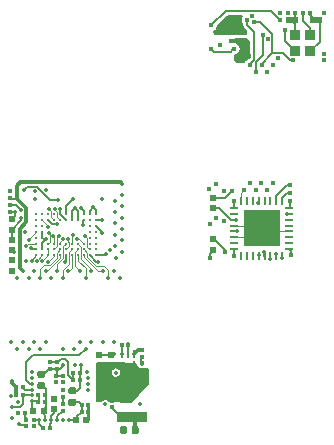
<source format=gbr>
G04 #@! TF.GenerationSoftware,KiCad,Pcbnew,(5.1.0)-1*
G04 #@! TF.CreationDate,2019-05-03T21:31:27-07:00*
G04 #@! TF.ProjectId,Miniscope-v4-PCB-fab-assembly_2,4d696e69-7363-46f7-9065-2d76342d5043,rev?*
G04 #@! TF.SameCoordinates,PX4b8e5e4PY51f011c*
G04 #@! TF.FileFunction,Copper,L6,Bot*
G04 #@! TF.FilePolarity,Positive*
%FSLAX46Y46*%
G04 Gerber Fmt 4.6, Leading zero omitted, Abs format (unit mm)*
G04 Created by KiCad (PCBNEW (5.1.0)-1) date 2019-05-03 21:31:27*
%MOMM*%
%LPD*%
G04 APERTURE LIST*
%ADD10C,0.250000*%
%ADD11R,0.340000X0.310000*%
%ADD12R,0.630000X0.580000*%
%ADD13R,0.870000X0.810000*%
%ADD14R,1.060000X0.540000*%
%ADD15R,1.500000X0.450000*%
%ADD16R,0.920000X0.890000*%
%ADD17R,0.680000X0.260000*%
%ADD18R,0.260000X0.680000*%
%ADD19R,3.100000X3.100000*%
%ADD20R,0.580000X0.630000*%
%ADD21R,0.310000X0.340000*%
%ADD22R,2.620000X0.870000*%
%ADD23C,0.100000*%
%ADD24C,0.590000*%
%ADD25R,0.270000X0.820000*%
%ADD26R,0.270000X0.740000*%
%ADD27C,0.355600*%
%ADD28C,0.450000*%
%ADD29C,0.076200*%
%ADD30C,0.152400*%
%ADD31C,0.152000*%
%ADD32C,0.114300*%
%ADD33C,0.203200*%
%ADD34C,0.177800*%
%ADD35C,0.228600*%
%ADD36C,0.304800*%
%ADD37C,0.127000*%
G04 APERTURE END LIST*
D10*
X6750000Y-25088400D03*
X7250000Y-25088400D03*
X7750000Y-25088400D03*
X8250000Y-25088400D03*
X8750000Y-25088400D03*
X9250000Y-25088400D03*
X9750000Y-25088400D03*
X10250000Y-25088400D03*
X10750000Y-25088400D03*
X11250000Y-25088400D03*
X11750000Y-25088400D03*
X6750000Y-24588400D03*
X7250000Y-24588400D03*
X7750000Y-24588400D03*
X8250000Y-24588400D03*
X8750000Y-24588400D03*
X9250000Y-24588400D03*
X9750000Y-24588400D03*
X10250000Y-24588400D03*
X10750000Y-24588400D03*
X11250000Y-24588400D03*
X11750000Y-24588400D03*
X6750000Y-24088400D03*
X7250000Y-24088400D03*
X7750000Y-24088400D03*
X8250000Y-24088400D03*
X8750000Y-24088400D03*
X9250000Y-24088400D03*
X9750000Y-24088400D03*
X10250000Y-24088400D03*
X10750000Y-24088400D03*
X11250000Y-24088400D03*
X11750000Y-24088400D03*
X6750000Y-23588400D03*
X7250000Y-23588400D03*
X11250000Y-23588400D03*
X11750000Y-23588400D03*
X6750000Y-23088400D03*
X7250000Y-23088400D03*
X11250000Y-23088400D03*
X11750000Y-23088400D03*
X6750000Y-22588400D03*
X7250000Y-22588400D03*
X11250000Y-22588400D03*
X11750000Y-22588400D03*
X6750000Y-22088400D03*
X7250000Y-22088400D03*
X7750000Y-22088400D03*
X8250000Y-22088400D03*
X8750000Y-22088400D03*
X9250000Y-22088400D03*
X9750000Y-22088400D03*
X10250000Y-22088400D03*
X10750000Y-22088400D03*
X11250000Y-22088400D03*
X11750000Y-22088400D03*
X6750000Y-21588400D03*
X7250000Y-21588400D03*
X7750000Y-21588400D03*
X8250000Y-21588400D03*
X8750000Y-21588400D03*
X9250000Y-21588400D03*
X9750000Y-21588400D03*
X10250000Y-21588400D03*
X10750000Y-21588400D03*
X11250000Y-21588400D03*
X11750000Y-21588400D03*
D11*
X4508000Y-21374200D03*
X4508000Y-20824200D03*
X4533400Y-19655800D03*
X4533400Y-20205800D03*
D12*
X4660400Y-25480200D03*
X4660400Y-26370200D03*
X4660400Y-22915800D03*
X4660400Y-22025800D03*
X4660400Y-24643000D03*
X4660400Y-23753000D03*
D13*
X29900220Y-7789941D03*
X29900220Y-6429939D03*
D14*
X30422220Y-5128740D03*
X28362220Y-5128740D03*
D15*
X23811420Y-6915740D03*
X23811420Y-6215740D03*
D16*
X28655620Y-7774940D03*
X28655620Y-6444940D03*
D12*
X21709580Y-21080860D03*
X21709580Y-20190860D03*
X21721380Y-23726060D03*
X21721380Y-24616060D03*
D17*
X23475780Y-24557060D03*
X23475780Y-24057060D03*
X23475780Y-23557060D03*
X23475780Y-23057060D03*
X23475780Y-22557060D03*
X23475780Y-22057060D03*
X23475780Y-21557060D03*
X23475780Y-21057060D03*
D18*
X24060780Y-20472060D03*
X24560780Y-20472060D03*
X25060780Y-20472060D03*
X25560780Y-20472060D03*
X26060780Y-20472060D03*
X26560780Y-20472060D03*
X27060780Y-20472060D03*
X27560780Y-20472060D03*
D17*
X28145780Y-21057060D03*
X28145780Y-21557060D03*
X28145780Y-22057060D03*
X28145780Y-22557060D03*
X28145780Y-23057060D03*
X28145780Y-23557060D03*
X28145780Y-24057060D03*
X28145780Y-24557060D03*
D18*
X27560780Y-25142060D03*
X27060780Y-25142060D03*
X26560780Y-25142060D03*
X26060780Y-25142060D03*
X25560780Y-25142060D03*
X25060780Y-25142060D03*
X24560780Y-25142060D03*
X24060780Y-25142060D03*
D19*
X25810780Y-22807060D03*
D12*
X13022820Y-33534340D03*
X13022820Y-34424340D03*
D20*
X10985740Y-39026320D03*
X10095740Y-39026320D03*
D11*
X5885420Y-39562940D03*
X5885420Y-39012940D03*
D21*
X5043320Y-36262800D03*
X5593320Y-36262800D03*
X5588920Y-36946060D03*
X5038920Y-36946060D03*
X13955000Y-32633140D03*
X14505000Y-32633140D03*
D12*
X12057620Y-34424340D03*
X12057620Y-33534340D03*
D11*
X15689820Y-33113200D03*
X15689820Y-33663200D03*
X15689820Y-34787740D03*
X15689820Y-34237740D03*
X8994380Y-37697220D03*
X8994380Y-38247220D03*
X6512800Y-39562940D03*
X6512800Y-39012940D03*
D12*
X8240000Y-38099220D03*
X8240000Y-37209220D03*
D11*
X8382240Y-35813900D03*
X8382240Y-35263900D03*
X8984220Y-35256960D03*
X8984220Y-35806960D03*
D21*
X9880160Y-35635420D03*
X10430160Y-35635420D03*
X10430160Y-35015660D03*
X9880160Y-35015660D03*
D20*
X7346420Y-38297340D03*
X6456420Y-38297340D03*
D21*
X6905820Y-36900340D03*
X7455820Y-36900340D03*
X7455820Y-37509940D03*
X6905820Y-37509940D03*
X11113420Y-37713140D03*
X10563420Y-37713140D03*
X10563420Y-38322740D03*
X11113420Y-38322740D03*
D11*
X7917420Y-34136140D03*
X7917420Y-34686140D03*
X8519400Y-34683600D03*
X8519400Y-34133600D03*
D22*
X14877020Y-38807340D03*
X14877020Y-35757340D03*
D23*
G36*
X14289958Y-39552850D02*
G01*
X14304276Y-39554974D01*
X14318317Y-39558491D01*
X14331946Y-39563368D01*
X14345031Y-39569557D01*
X14357447Y-39576998D01*
X14369073Y-39585621D01*
X14379798Y-39595342D01*
X14389519Y-39606067D01*
X14398142Y-39617693D01*
X14405583Y-39630109D01*
X14411772Y-39643194D01*
X14416649Y-39656823D01*
X14420166Y-39670864D01*
X14422290Y-39685182D01*
X14423000Y-39699640D01*
X14423000Y-40044640D01*
X14422290Y-40059098D01*
X14420166Y-40073416D01*
X14416649Y-40087457D01*
X14411772Y-40101086D01*
X14405583Y-40114171D01*
X14398142Y-40126587D01*
X14389519Y-40138213D01*
X14379798Y-40148938D01*
X14369073Y-40158659D01*
X14357447Y-40167282D01*
X14345031Y-40174723D01*
X14331946Y-40180912D01*
X14318317Y-40185789D01*
X14304276Y-40189306D01*
X14289958Y-40191430D01*
X14275500Y-40192140D01*
X13980500Y-40192140D01*
X13966042Y-40191430D01*
X13951724Y-40189306D01*
X13937683Y-40185789D01*
X13924054Y-40180912D01*
X13910969Y-40174723D01*
X13898553Y-40167282D01*
X13886927Y-40158659D01*
X13876202Y-40148938D01*
X13866481Y-40138213D01*
X13857858Y-40126587D01*
X13850417Y-40114171D01*
X13844228Y-40101086D01*
X13839351Y-40087457D01*
X13835834Y-40073416D01*
X13833710Y-40059098D01*
X13833000Y-40044640D01*
X13833000Y-39699640D01*
X13833710Y-39685182D01*
X13835834Y-39670864D01*
X13839351Y-39656823D01*
X13844228Y-39643194D01*
X13850417Y-39630109D01*
X13857858Y-39617693D01*
X13866481Y-39606067D01*
X13876202Y-39595342D01*
X13886927Y-39585621D01*
X13898553Y-39576998D01*
X13910969Y-39569557D01*
X13924054Y-39563368D01*
X13937683Y-39558491D01*
X13951724Y-39554974D01*
X13966042Y-39552850D01*
X13980500Y-39552140D01*
X14275500Y-39552140D01*
X14289958Y-39552850D01*
X14289958Y-39552850D01*
G37*
D24*
X14128000Y-39872140D03*
D23*
G36*
X15259958Y-39552850D02*
G01*
X15274276Y-39554974D01*
X15288317Y-39558491D01*
X15301946Y-39563368D01*
X15315031Y-39569557D01*
X15327447Y-39576998D01*
X15339073Y-39585621D01*
X15349798Y-39595342D01*
X15359519Y-39606067D01*
X15368142Y-39617693D01*
X15375583Y-39630109D01*
X15381772Y-39643194D01*
X15386649Y-39656823D01*
X15390166Y-39670864D01*
X15392290Y-39685182D01*
X15393000Y-39699640D01*
X15393000Y-40044640D01*
X15392290Y-40059098D01*
X15390166Y-40073416D01*
X15386649Y-40087457D01*
X15381772Y-40101086D01*
X15375583Y-40114171D01*
X15368142Y-40126587D01*
X15359519Y-40138213D01*
X15349798Y-40148938D01*
X15339073Y-40158659D01*
X15327447Y-40167282D01*
X15315031Y-40174723D01*
X15301946Y-40180912D01*
X15288317Y-40185789D01*
X15274276Y-40189306D01*
X15259958Y-40191430D01*
X15245500Y-40192140D01*
X14950500Y-40192140D01*
X14936042Y-40191430D01*
X14921724Y-40189306D01*
X14907683Y-40185789D01*
X14894054Y-40180912D01*
X14880969Y-40174723D01*
X14868553Y-40167282D01*
X14856927Y-40158659D01*
X14846202Y-40148938D01*
X14836481Y-40138213D01*
X14827858Y-40126587D01*
X14820417Y-40114171D01*
X14814228Y-40101086D01*
X14809351Y-40087457D01*
X14805834Y-40073416D01*
X14803710Y-40059098D01*
X14803000Y-40044640D01*
X14803000Y-39699640D01*
X14803710Y-39685182D01*
X14805834Y-39670864D01*
X14809351Y-39656823D01*
X14814228Y-39643194D01*
X14820417Y-39630109D01*
X14827858Y-39617693D01*
X14836481Y-39606067D01*
X14846202Y-39595342D01*
X14856927Y-39585621D01*
X14868553Y-39576998D01*
X14880969Y-39569557D01*
X14894054Y-39563368D01*
X14907683Y-39558491D01*
X14921724Y-39554974D01*
X14936042Y-39552850D01*
X14950500Y-39552140D01*
X15245500Y-39552140D01*
X15259958Y-39552850D01*
X15259958Y-39552850D01*
G37*
D24*
X15098000Y-39872140D03*
D23*
G36*
X7342378Y-34851050D02*
G01*
X7356696Y-34853174D01*
X7370737Y-34856691D01*
X7384366Y-34861568D01*
X7397451Y-34867757D01*
X7409867Y-34875198D01*
X7421493Y-34883821D01*
X7432218Y-34893542D01*
X7441939Y-34904267D01*
X7450562Y-34915893D01*
X7458003Y-34928309D01*
X7464192Y-34941394D01*
X7469069Y-34955023D01*
X7472586Y-34969064D01*
X7474710Y-34983382D01*
X7475420Y-34997840D01*
X7475420Y-35292840D01*
X7474710Y-35307298D01*
X7472586Y-35321616D01*
X7469069Y-35335657D01*
X7464192Y-35349286D01*
X7458003Y-35362371D01*
X7450562Y-35374787D01*
X7441939Y-35386413D01*
X7432218Y-35397138D01*
X7421493Y-35406859D01*
X7409867Y-35415482D01*
X7397451Y-35422923D01*
X7384366Y-35429112D01*
X7370737Y-35433989D01*
X7356696Y-35437506D01*
X7342378Y-35439630D01*
X7327920Y-35440340D01*
X6982920Y-35440340D01*
X6968462Y-35439630D01*
X6954144Y-35437506D01*
X6940103Y-35433989D01*
X6926474Y-35429112D01*
X6913389Y-35422923D01*
X6900973Y-35415482D01*
X6889347Y-35406859D01*
X6878622Y-35397138D01*
X6868901Y-35386413D01*
X6860278Y-35374787D01*
X6852837Y-35362371D01*
X6846648Y-35349286D01*
X6841771Y-35335657D01*
X6838254Y-35321616D01*
X6836130Y-35307298D01*
X6835420Y-35292840D01*
X6835420Y-34997840D01*
X6836130Y-34983382D01*
X6838254Y-34969064D01*
X6841771Y-34955023D01*
X6846648Y-34941394D01*
X6852837Y-34928309D01*
X6860278Y-34915893D01*
X6868901Y-34904267D01*
X6878622Y-34893542D01*
X6889347Y-34883821D01*
X6900973Y-34875198D01*
X6913389Y-34867757D01*
X6926474Y-34861568D01*
X6940103Y-34856691D01*
X6954144Y-34853174D01*
X6968462Y-34851050D01*
X6982920Y-34850340D01*
X7327920Y-34850340D01*
X7342378Y-34851050D01*
X7342378Y-34851050D01*
G37*
D24*
X7155420Y-35145340D03*
D23*
G36*
X7342378Y-35821050D02*
G01*
X7356696Y-35823174D01*
X7370737Y-35826691D01*
X7384366Y-35831568D01*
X7397451Y-35837757D01*
X7409867Y-35845198D01*
X7421493Y-35853821D01*
X7432218Y-35863542D01*
X7441939Y-35874267D01*
X7450562Y-35885893D01*
X7458003Y-35898309D01*
X7464192Y-35911394D01*
X7469069Y-35925023D01*
X7472586Y-35939064D01*
X7474710Y-35953382D01*
X7475420Y-35967840D01*
X7475420Y-36262840D01*
X7474710Y-36277298D01*
X7472586Y-36291616D01*
X7469069Y-36305657D01*
X7464192Y-36319286D01*
X7458003Y-36332371D01*
X7450562Y-36344787D01*
X7441939Y-36356413D01*
X7432218Y-36367138D01*
X7421493Y-36376859D01*
X7409867Y-36385482D01*
X7397451Y-36392923D01*
X7384366Y-36399112D01*
X7370737Y-36403989D01*
X7356696Y-36407506D01*
X7342378Y-36409630D01*
X7327920Y-36410340D01*
X6982920Y-36410340D01*
X6968462Y-36409630D01*
X6954144Y-36407506D01*
X6940103Y-36403989D01*
X6926474Y-36399112D01*
X6913389Y-36392923D01*
X6900973Y-36385482D01*
X6889347Y-36376859D01*
X6878622Y-36367138D01*
X6868901Y-36356413D01*
X6860278Y-36344787D01*
X6852837Y-36332371D01*
X6846648Y-36319286D01*
X6841771Y-36305657D01*
X6838254Y-36291616D01*
X6836130Y-36277298D01*
X6835420Y-36262840D01*
X6835420Y-35967840D01*
X6836130Y-35953382D01*
X6838254Y-35939064D01*
X6841771Y-35925023D01*
X6846648Y-35911394D01*
X6852837Y-35898309D01*
X6860278Y-35885893D01*
X6868901Y-35874267D01*
X6878622Y-35863542D01*
X6889347Y-35853821D01*
X6900973Y-35845198D01*
X6913389Y-35837757D01*
X6926474Y-35831568D01*
X6940103Y-35826691D01*
X6954144Y-35823174D01*
X6968462Y-35821050D01*
X6982920Y-35820340D01*
X7327920Y-35820340D01*
X7342378Y-35821050D01*
X7342378Y-35821050D01*
G37*
D24*
X7155420Y-36115340D03*
D23*
G36*
X9958578Y-37233290D02*
G01*
X9972896Y-37235414D01*
X9986937Y-37238931D01*
X10000566Y-37243808D01*
X10013651Y-37249997D01*
X10026067Y-37257438D01*
X10037693Y-37266061D01*
X10048418Y-37275782D01*
X10058139Y-37286507D01*
X10066762Y-37298133D01*
X10074203Y-37310549D01*
X10080392Y-37323634D01*
X10085269Y-37337263D01*
X10088786Y-37351304D01*
X10090910Y-37365622D01*
X10091620Y-37380080D01*
X10091620Y-37675080D01*
X10090910Y-37689538D01*
X10088786Y-37703856D01*
X10085269Y-37717897D01*
X10080392Y-37731526D01*
X10074203Y-37744611D01*
X10066762Y-37757027D01*
X10058139Y-37768653D01*
X10048418Y-37779378D01*
X10037693Y-37789099D01*
X10026067Y-37797722D01*
X10013651Y-37805163D01*
X10000566Y-37811352D01*
X9986937Y-37816229D01*
X9972896Y-37819746D01*
X9958578Y-37821870D01*
X9944120Y-37822580D01*
X9599120Y-37822580D01*
X9584662Y-37821870D01*
X9570344Y-37819746D01*
X9556303Y-37816229D01*
X9542674Y-37811352D01*
X9529589Y-37805163D01*
X9517173Y-37797722D01*
X9505547Y-37789099D01*
X9494822Y-37779378D01*
X9485101Y-37768653D01*
X9476478Y-37757027D01*
X9469037Y-37744611D01*
X9462848Y-37731526D01*
X9457971Y-37717897D01*
X9454454Y-37703856D01*
X9452330Y-37689538D01*
X9451620Y-37675080D01*
X9451620Y-37380080D01*
X9452330Y-37365622D01*
X9454454Y-37351304D01*
X9457971Y-37337263D01*
X9462848Y-37323634D01*
X9469037Y-37310549D01*
X9476478Y-37298133D01*
X9485101Y-37286507D01*
X9494822Y-37275782D01*
X9505547Y-37266061D01*
X9517173Y-37257438D01*
X9529589Y-37249997D01*
X9542674Y-37243808D01*
X9556303Y-37238931D01*
X9570344Y-37235414D01*
X9584662Y-37233290D01*
X9599120Y-37232580D01*
X9944120Y-37232580D01*
X9958578Y-37233290D01*
X9958578Y-37233290D01*
G37*
D24*
X9771620Y-37527580D03*
D23*
G36*
X9958578Y-36263290D02*
G01*
X9972896Y-36265414D01*
X9986937Y-36268931D01*
X10000566Y-36273808D01*
X10013651Y-36279997D01*
X10026067Y-36287438D01*
X10037693Y-36296061D01*
X10048418Y-36305782D01*
X10058139Y-36316507D01*
X10066762Y-36328133D01*
X10074203Y-36340549D01*
X10080392Y-36353634D01*
X10085269Y-36367263D01*
X10088786Y-36381304D01*
X10090910Y-36395622D01*
X10091620Y-36410080D01*
X10091620Y-36705080D01*
X10090910Y-36719538D01*
X10088786Y-36733856D01*
X10085269Y-36747897D01*
X10080392Y-36761526D01*
X10074203Y-36774611D01*
X10066762Y-36787027D01*
X10058139Y-36798653D01*
X10048418Y-36809378D01*
X10037693Y-36819099D01*
X10026067Y-36827722D01*
X10013651Y-36835163D01*
X10000566Y-36841352D01*
X9986937Y-36846229D01*
X9972896Y-36849746D01*
X9958578Y-36851870D01*
X9944120Y-36852580D01*
X9599120Y-36852580D01*
X9584662Y-36851870D01*
X9570344Y-36849746D01*
X9556303Y-36846229D01*
X9542674Y-36841352D01*
X9529589Y-36835163D01*
X9517173Y-36827722D01*
X9505547Y-36819099D01*
X9494822Y-36809378D01*
X9485101Y-36798653D01*
X9476478Y-36787027D01*
X9469037Y-36774611D01*
X9462848Y-36761526D01*
X9457971Y-36747897D01*
X9454454Y-36733856D01*
X9452330Y-36719538D01*
X9451620Y-36705080D01*
X9451620Y-36410080D01*
X9452330Y-36395622D01*
X9454454Y-36381304D01*
X9457971Y-36367263D01*
X9462848Y-36353634D01*
X9469037Y-36340549D01*
X9476478Y-36328133D01*
X9485101Y-36316507D01*
X9494822Y-36305782D01*
X9505547Y-36296061D01*
X9517173Y-36287438D01*
X9529589Y-36279997D01*
X9542674Y-36273808D01*
X9556303Y-36268931D01*
X9570344Y-36265414D01*
X9584662Y-36263290D01*
X9599120Y-36262580D01*
X9944120Y-36262580D01*
X9958578Y-36263290D01*
X9958578Y-36263290D01*
G37*
D24*
X9771620Y-36557580D03*
D11*
X13116800Y-37414600D03*
X13116800Y-37964600D03*
X8984220Y-37063580D03*
X8984220Y-36513580D03*
D21*
X7314760Y-39709580D03*
X7864760Y-39709580D03*
X5754020Y-38424340D03*
X5204020Y-38424340D03*
D25*
X14996400Y-34463400D03*
D26*
X14496400Y-34503400D03*
X13996400Y-34503400D03*
X13996400Y-33443400D03*
X14496400Y-33443400D03*
X14996400Y-33443400D03*
D27*
X13448800Y-25315600D03*
X13804400Y-27017400D03*
X4609600Y-26382400D03*
X4533400Y-19651400D03*
X6590800Y-19626000D03*
X5742800Y-23096000D03*
X12331200Y-20311800D03*
X7582899Y-23733600D03*
X7759200Y-22661600D03*
X8749800Y-21175400D03*
X9994400Y-21099200D03*
X12305800Y-22064400D03*
X7251197Y-25595003D03*
X5854200Y-25595000D03*
X5473200Y-21277000D03*
X5473200Y-21937400D03*
X12940800Y-24655200D03*
X12610600Y-25010800D03*
X9156198Y-25645800D03*
D28*
X31094020Y-4544540D03*
X26293420Y-9548340D03*
X26344220Y-6805140D03*
X23093020Y-4976340D03*
X25023420Y-4807440D03*
X28046020Y-4544540D03*
X29290620Y-4544540D03*
X27165920Y-8379939D03*
X23118420Y-6220940D03*
X26281580Y-19569060D03*
X21404780Y-25309460D03*
X23296180Y-19599060D03*
X25251980Y-23065150D03*
X26611780Y-23988662D03*
D27*
X13988020Y-33471340D03*
X15689820Y-34258740D03*
X8984220Y-35805600D03*
X8976600Y-36516800D03*
X15504400Y-37659800D03*
X12583400Y-37710600D03*
X9865600Y-35627800D03*
X10975580Y-39051720D03*
X8384780Y-35810680D03*
X8245080Y-37222920D03*
X4630660Y-32404540D03*
X6413000Y-37444600D03*
X6512800Y-39567340D03*
X13480020Y-35020740D03*
X5199620Y-38424340D03*
X4615420Y-36951140D03*
X13276820Y-33445936D03*
X8572000Y-20388000D03*
X5676400Y-19549806D03*
X5066800Y-20286400D03*
X14007600Y-19016400D03*
X5600200Y-26407811D03*
D28*
X21988980Y-19010260D03*
D27*
X4666220Y-38881540D03*
X15791420Y-35808140D03*
X5598405Y-32402000D03*
X4787400Y-25468000D03*
X6336774Y-25595000D03*
X10858000Y-23436000D03*
X9457890Y-23690000D03*
X4812800Y-24782200D03*
X13982200Y-24807600D03*
X13321800Y-26382400D03*
X6590800Y-20286400D03*
X6768587Y-25595000D03*
X10553200Y-21099200D03*
X11975600Y-25620400D03*
X27944380Y-21554860D03*
X23702580Y-23053460D03*
D28*
X22674780Y-24826858D03*
D27*
X23677180Y-22081919D03*
X14007600Y-19956200D03*
X5117600Y-26992000D03*
X7530600Y-19524400D03*
X6260600Y-24502800D03*
X11518400Y-21022994D03*
X8495800Y-22445400D03*
X4965200Y-21454800D03*
X12280401Y-23232800D03*
D28*
X26776020Y-8938740D03*
X27411020Y-4595340D03*
X27766620Y-5992340D03*
X22278420Y-7313140D03*
X31094020Y-8583140D03*
X26764180Y-18959460D03*
X22649380Y-19594460D03*
D27*
X5115805Y-33011600D03*
X4689080Y-35759880D03*
X14996400Y-33443400D03*
X6159000Y-23766200D03*
X10731000Y-22521600D03*
X9846600Y-20337200D03*
X13398000Y-24299600D03*
X7749601Y-25620400D03*
D28*
X23487580Y-25131660D03*
D27*
X7530600Y-26407810D03*
X9461000Y-26407810D03*
X10908800Y-26992000D03*
X12356600Y-26407800D03*
X13982200Y-22877200D03*
X8648200Y-23410600D03*
X7048000Y-26992000D03*
X8978400Y-26992000D03*
X10426200Y-26407810D03*
X12839200Y-27017400D03*
X13372600Y-21404000D03*
X5854200Y-24299600D03*
D28*
X22652488Y-22215929D03*
X28288180Y-25030060D03*
D27*
X14007600Y-21912000D03*
X7784600Y-23207400D03*
D28*
X21988980Y-21905860D03*
D27*
X27551580Y-25309460D03*
X13372600Y-22369200D03*
X8191000Y-23486800D03*
D28*
X21404780Y-22413860D03*
D27*
X27055380Y-24958460D03*
X8013200Y-26992000D03*
X9003800Y-23715400D03*
X8495800Y-26407810D03*
X9854878Y-23376516D03*
X11391400Y-26407810D03*
X10197600Y-23664606D03*
X14007600Y-20946800D03*
X7835400Y-21175400D03*
D28*
X28211980Y-19823060D03*
D27*
X13372600Y-20464200D03*
X8292600Y-21200800D03*
D28*
X28186580Y-19111860D03*
X21379380Y-19467460D03*
X23462180Y-20508860D03*
D27*
X14007600Y-23817000D03*
X6565400Y-26382400D03*
X13372600Y-23334400D03*
X6082800Y-26992000D03*
D28*
X28223780Y-20488060D03*
X25328220Y-9548340D03*
X25912420Y-6424140D03*
X31094020Y-8024340D03*
X25316363Y-19569060D03*
D27*
X26055738Y-24801460D03*
D28*
X25810820Y-8938740D03*
X25150420Y-5357340D03*
X28452420Y-8583140D03*
X25798980Y-18959460D03*
D27*
X26560980Y-25360260D03*
D28*
X24833780Y-18959460D03*
D27*
X25538009Y-20642831D03*
X25556780Y-25050950D03*
D28*
X24351180Y-19569060D03*
X28630220Y-4544540D03*
X29900220Y-4544540D03*
X21569020Y-5611340D03*
X27411020Y-5179534D03*
X24845620Y-8938740D03*
X24591620Y-5154140D03*
X24744020Y-8176740D03*
X23474020Y-7592540D03*
X21569020Y-7617940D03*
D27*
X5260580Y-39364140D03*
X7998000Y-39029600D03*
X13330160Y-32396920D03*
X14505000Y-32607740D03*
X8998000Y-34362889D03*
X10498000Y-34362889D03*
X8998000Y-39029600D03*
X14128000Y-39793400D03*
X8498000Y-39029600D03*
X7000480Y-39036480D03*
X7500860Y-39028860D03*
X9498000Y-39029600D03*
X10906999Y-33011600D03*
X6413000Y-35944600D03*
X7528803Y-32402000D03*
X6413000Y-35444600D03*
X7046203Y-33011600D03*
X6413000Y-34944600D03*
X6413000Y-36944600D03*
X6563604Y-32402000D03*
X4653520Y-37913801D03*
X6413000Y-36444600D03*
X6088527Y-33004077D03*
X5225020Y-37484540D03*
X5893396Y-39016516D03*
X12352488Y-32399744D03*
X11083000Y-36444600D03*
X11389599Y-32402000D03*
X11083000Y-35944600D03*
X10429480Y-32404540D03*
X11083000Y-35444600D03*
X9926560Y-33001440D03*
X11049240Y-34939460D03*
X8966440Y-33019220D03*
X9995140Y-34362889D03*
D29*
X7750000Y-24588400D02*
X7750000Y-25088400D01*
D30*
X7250000Y-24588400D02*
X7250000Y-24088400D01*
X7250000Y-24088400D02*
X7250000Y-24066499D01*
X7250000Y-24066499D02*
X7582899Y-23733600D01*
X7250000Y-23088400D02*
X7250000Y-23588400D01*
X7395200Y-23733600D02*
X7250000Y-23588400D01*
X7582899Y-23733600D02*
X7395200Y-23733600D01*
X9250000Y-22088400D02*
X8750000Y-21588400D01*
X11926776Y-22088400D02*
X11950776Y-22064400D01*
X11750000Y-22088400D02*
X11926776Y-22088400D01*
X11950776Y-22064400D02*
X12305800Y-22064400D01*
D29*
X7250000Y-22088400D02*
X7759200Y-22597600D01*
X7759200Y-22597600D02*
X7759200Y-22661600D01*
D30*
X8750000Y-21588400D02*
X8750000Y-21175600D01*
X8750000Y-21175600D02*
X8749800Y-21175400D01*
X9750000Y-22088400D02*
X9750000Y-21597600D01*
X10250000Y-22088400D02*
X10250000Y-21667000D01*
X10096000Y-21099200D02*
X10096000Y-21099200D01*
X9750000Y-21343600D02*
X9994400Y-21099200D01*
X9750000Y-21588400D02*
X9750000Y-21343600D01*
X10250000Y-21354800D02*
X9994400Y-21099200D01*
X10250000Y-21588400D02*
X10250000Y-21354800D01*
X12305800Y-22064400D02*
X12305800Y-22064400D01*
X12280400Y-25087000D02*
X12280400Y-25087000D01*
D29*
X7750000Y-25088400D02*
X7251197Y-25587203D01*
X7251197Y-25587203D02*
X7251197Y-25595003D01*
D30*
X4508000Y-20824200D02*
X5020400Y-20824200D01*
X5020400Y-20824200D02*
X5473200Y-21277000D01*
X4660400Y-23753000D02*
X4660400Y-22915800D01*
X4660400Y-22915800D02*
X5473200Y-22103000D01*
X5473200Y-22103000D02*
X5473200Y-21937400D01*
X11750000Y-25088400D02*
X12533000Y-25088400D01*
X12533000Y-25088400D02*
X12610600Y-25010800D01*
X9250000Y-25088400D02*
X9250000Y-25551998D01*
X9250000Y-25551998D02*
X9156198Y-25645800D01*
D31*
X23735220Y-6128340D02*
X23735220Y-6151940D01*
X29290620Y-4862738D02*
X29290620Y-4544540D01*
X29290620Y-5263339D02*
X29290620Y-4862738D01*
X29900220Y-5872939D02*
X29290620Y-5263339D01*
X29900220Y-6429939D02*
X29900220Y-5872939D01*
X27165919Y-8379940D02*
X27165920Y-8379939D01*
D32*
X25560780Y-22557060D02*
X25810780Y-22807060D01*
X23475780Y-22557060D02*
X25560780Y-22557060D01*
X26060780Y-23057060D02*
X25810780Y-22807060D01*
X28145780Y-23057060D02*
X26060780Y-23057060D01*
D33*
X21404780Y-24932660D02*
X21721380Y-24616060D01*
X21404780Y-25309460D02*
X21404780Y-24932660D01*
X22704380Y-20190860D02*
X21709580Y-20190860D01*
X23296180Y-19599060D02*
X22704380Y-20190860D01*
D32*
X25026981Y-23290149D02*
X25251980Y-23065150D01*
X25476979Y-22840151D02*
X25251980Y-23065150D01*
X25510070Y-22807060D02*
X25476979Y-22840151D01*
X23475780Y-23557060D02*
X24760070Y-23557060D01*
X25810780Y-22807060D02*
X25510070Y-22807060D01*
X24760070Y-23557060D02*
X25026981Y-23290149D01*
D34*
X8948660Y-36478020D02*
X8984220Y-36513580D01*
X8389180Y-35806960D02*
X8382240Y-35813900D01*
D35*
X11092420Y-37730920D02*
X11092420Y-38315120D01*
D29*
X10950180Y-38990760D02*
X10985740Y-39026320D01*
D35*
X11117820Y-38322740D02*
X11117820Y-38993300D01*
D34*
X8984220Y-36513580D02*
X9016560Y-36513580D01*
X9880160Y-35635420D02*
X9880160Y-35643720D01*
X9880160Y-35015660D02*
X9880160Y-35635420D01*
X6413000Y-37444600D02*
X6914600Y-37444600D01*
X6413000Y-38004500D02*
X6487400Y-38078900D01*
X6413000Y-37444600D02*
X6413000Y-38004500D01*
X8367240Y-35813900D02*
X8382240Y-35813900D01*
X8379020Y-35810680D02*
X8382240Y-35813900D01*
X5200800Y-38447200D02*
X5200800Y-38432200D01*
X7990400Y-34133600D02*
X7986000Y-34138000D01*
X8519400Y-34133600D02*
X7990400Y-34133600D01*
D30*
X15613620Y-33670820D02*
X15606000Y-33663200D01*
X15613620Y-34233340D02*
X15613620Y-33670820D01*
X13996400Y-32697400D02*
X13955000Y-32656000D01*
X13996400Y-33443400D02*
X13996400Y-32697400D01*
D34*
X8534400Y-34133600D02*
X8519400Y-34133600D01*
X8816400Y-33851600D02*
X8534400Y-34133600D01*
X9186680Y-33851600D02*
X8816400Y-33851600D01*
X9459200Y-34124120D02*
X9186680Y-33851600D01*
X9865600Y-35627800D02*
X9459200Y-35221400D01*
X9459200Y-35221400D02*
X9459200Y-34124120D01*
X6931220Y-36925740D02*
X6956620Y-36900340D01*
X6931220Y-37484540D02*
X6931220Y-36925740D01*
X13188416Y-33534340D02*
X13276820Y-33445936D01*
X12057620Y-33534340D02*
X13188416Y-33534340D01*
D30*
X8572000Y-20388000D02*
X7905502Y-20388000D01*
X5955805Y-19270401D02*
X5854199Y-19372007D01*
X6787903Y-19270401D02*
X5955805Y-19270401D01*
X5854199Y-19372007D02*
X5676400Y-19549806D01*
X7905502Y-20388000D02*
X6787903Y-19270401D01*
X4614000Y-20286400D02*
X4533400Y-20205800D01*
X5066800Y-20286400D02*
X4614000Y-20286400D01*
D36*
X13906000Y-18914800D02*
X14007600Y-19016400D01*
X5397000Y-18914800D02*
X13906000Y-18914800D01*
X5066800Y-20286400D02*
X5066800Y-19245000D01*
X5066800Y-19245000D02*
X5397000Y-18914800D01*
X5422401Y-26230012D02*
X5600200Y-26407811D01*
X5336399Y-22836201D02*
X5336399Y-26144010D01*
X5336399Y-26144010D02*
X5422401Y-26230012D01*
X5066800Y-20286400D02*
X5879600Y-21099200D01*
X5879600Y-21099200D02*
X5879600Y-22293000D01*
X5879600Y-22293000D02*
X5336399Y-22836201D01*
D29*
X6336774Y-25501626D02*
X6336774Y-25595000D01*
X6750000Y-25088400D02*
X6336774Y-25501626D01*
X11010699Y-23588699D02*
X10858000Y-23436000D01*
X11250000Y-24588400D02*
X11010699Y-24349099D01*
X11010699Y-24349099D02*
X11010699Y-23588699D01*
X9250000Y-24588400D02*
X9510699Y-24327701D01*
X9510699Y-24327701D02*
X9510699Y-23994256D01*
X9457890Y-23941447D02*
X9457890Y-23690000D01*
X9510699Y-23994256D02*
X9457890Y-23941447D01*
X6768587Y-25569813D02*
X6768587Y-25595000D01*
X7250000Y-25088400D02*
X6768587Y-25569813D01*
D30*
X10730999Y-21276999D02*
X10553200Y-21099200D01*
X10750000Y-21588400D02*
X10750000Y-21296000D01*
X10750000Y-21296000D02*
X10730999Y-21276999D01*
X11782000Y-25620400D02*
X11975600Y-25620400D01*
X11250000Y-25088400D02*
X11782000Y-25620400D01*
D33*
X21746380Y-23726060D02*
X22674780Y-24654460D01*
X22674780Y-24654460D02*
X22674780Y-24826858D01*
X21721380Y-23726060D02*
X21746380Y-23726060D01*
X22205380Y-21080860D02*
X23206439Y-22081919D01*
X23206439Y-22081919D02*
X23358982Y-22081919D01*
X23358982Y-22081919D02*
X23677180Y-22081919D01*
X21709580Y-21080860D02*
X22205380Y-21080860D01*
D30*
X6750000Y-24588400D02*
X6346200Y-24588400D01*
X6346200Y-24588400D02*
X6260600Y-24502800D01*
X11518400Y-21023000D02*
X11518400Y-21022994D01*
X11250000Y-21588400D02*
X11250000Y-21291400D01*
X11250000Y-21291400D02*
X11518400Y-21023000D01*
X11750000Y-21254594D02*
X11518400Y-21022994D01*
X11750000Y-21588400D02*
X11750000Y-21254594D01*
X7750000Y-22088400D02*
X8107000Y-22445400D01*
X8244353Y-22445400D02*
X8495800Y-22445400D01*
X8107000Y-22445400D02*
X8244353Y-22445400D01*
X4884600Y-21374200D02*
X4965200Y-21454800D01*
X4508000Y-21374200D02*
X4884600Y-21374200D01*
X4965200Y-21721000D02*
X4660400Y-22025800D01*
X4965200Y-21454800D02*
X4965200Y-21721000D01*
X11750000Y-22588400D02*
X12280401Y-23118801D01*
X12280401Y-23118801D02*
X12280401Y-23232800D01*
D31*
X27766620Y-6310538D02*
X27766620Y-5992340D01*
X27766620Y-6900940D02*
X27766620Y-6310538D01*
X28640620Y-7774940D02*
X27766620Y-6900940D01*
X28655620Y-7774940D02*
X28640620Y-7774940D01*
D36*
X15326600Y-33113200D02*
X14996400Y-33443400D01*
X15606000Y-33113200D02*
X15326600Y-33113200D01*
X4689080Y-35908560D02*
X5043320Y-36262800D01*
X4689080Y-35759880D02*
X4689080Y-35908560D01*
X5043320Y-36941660D02*
X5038920Y-36946060D01*
X5043320Y-36262800D02*
X5043320Y-36941660D01*
D29*
X6159000Y-23679400D02*
X6159000Y-23766200D01*
X6750000Y-23088400D02*
X6159000Y-23679400D01*
D30*
X10731000Y-22107400D02*
X10750000Y-22088400D01*
X10731000Y-22521600D02*
X10731000Y-22107400D01*
X9250000Y-20933800D02*
X9846600Y-20337200D01*
X9250000Y-21588400D02*
X9250000Y-20933800D01*
D29*
X8250000Y-25088400D02*
X8250000Y-25120001D01*
X8250000Y-25120001D02*
X7749601Y-25620400D01*
D33*
X23475780Y-25119860D02*
X23487580Y-25131660D01*
X23475780Y-24557060D02*
X23475780Y-25119860D01*
D29*
X7657590Y-26407810D02*
X7530600Y-26407810D01*
X8750000Y-25088400D02*
X8750000Y-25315400D01*
X8750000Y-25315400D02*
X7657590Y-26407810D01*
X9638799Y-26230011D02*
X9461000Y-26407810D01*
X9750000Y-26118810D02*
X9638799Y-26230011D01*
X9750000Y-25088400D02*
X9750000Y-26118810D01*
X10908800Y-26179200D02*
X10908800Y-26992000D01*
X10250000Y-25088400D02*
X10250000Y-25520400D01*
X10250000Y-25520400D02*
X10908800Y-26179200D01*
X11924800Y-26407800D02*
X12356600Y-26407800D01*
X10750000Y-25088400D02*
X10750000Y-25233000D01*
X10750000Y-25233000D02*
X11924800Y-26407800D01*
X8510699Y-24327701D02*
X8510699Y-23649701D01*
X8250000Y-24588400D02*
X8510699Y-24327701D01*
X8510699Y-23649701D02*
X8510699Y-23548101D01*
X8510699Y-23548101D02*
X8648200Y-23410600D01*
X7048000Y-26740553D02*
X7048000Y-26992000D01*
X8489301Y-24849099D02*
X8489301Y-25322099D01*
X8750000Y-24588400D02*
X8489301Y-24849099D01*
X7886200Y-25925200D02*
X7352800Y-25925200D01*
X8489301Y-25322099D02*
X7886200Y-25925200D01*
X7048000Y-26230000D02*
X7048000Y-26740553D01*
X7352800Y-25925200D02*
X7048000Y-26230000D01*
X8978400Y-26332110D02*
X8978400Y-26740553D01*
X9510699Y-24827701D02*
X9510699Y-25799811D01*
X9750000Y-24588400D02*
X9510699Y-24827701D01*
X8978400Y-26740553D02*
X8978400Y-26992000D01*
X9510699Y-25799811D02*
X8978400Y-26332110D01*
X10010699Y-25992309D02*
X10248401Y-26230011D01*
X10250000Y-24588400D02*
X10010699Y-24827701D01*
X10010699Y-24827701D02*
X10010699Y-25992309D01*
X10248401Y-26230011D02*
X10426200Y-26407810D01*
X12839200Y-26765953D02*
X12839200Y-27017400D01*
X11010699Y-24849099D02*
X11010699Y-25203265D01*
X10750000Y-24588400D02*
X11010699Y-24849099D01*
X11010699Y-25203265D02*
X11808834Y-26001400D01*
X11808834Y-26001400D02*
X12509000Y-26001400D01*
X12509000Y-26001400D02*
X12839200Y-26331600D01*
X12839200Y-26331600D02*
X12839200Y-26765953D01*
X6573224Y-24088400D02*
X6565224Y-24096400D01*
X6750000Y-24088400D02*
X6573224Y-24088400D01*
X6057400Y-24096400D02*
X5854200Y-24299600D01*
X6311400Y-24096400D02*
X6057400Y-24096400D01*
X6311400Y-24096400D02*
X6260600Y-24096400D01*
X6565224Y-24096400D02*
X6311400Y-24096400D01*
D30*
X28288180Y-24699460D02*
X28145780Y-24557060D01*
X28288180Y-25030060D02*
X28288180Y-24699460D01*
D29*
X7875000Y-23297800D02*
X7784600Y-23207400D01*
X7750000Y-24088400D02*
X7875000Y-23963400D01*
X7875000Y-23963400D02*
X7875000Y-23297800D01*
X8250000Y-23911624D02*
X8241800Y-23903424D01*
X8250000Y-24088400D02*
X8250000Y-23911624D01*
X8241800Y-23903424D02*
X8241800Y-23486800D01*
X8241800Y-23486800D02*
X8191000Y-23486800D01*
X8750000Y-24088400D02*
X8750000Y-23969200D01*
X8750000Y-23969200D02*
X9003800Y-23715400D01*
X8495800Y-25823600D02*
X8495800Y-26407810D01*
X9010699Y-25308701D02*
X8495800Y-25823600D01*
X9250000Y-24088400D02*
X9010699Y-24327701D01*
X9010699Y-24327701D02*
X9010699Y-25308701D01*
X9750000Y-23481394D02*
X9854878Y-23376516D01*
X9750000Y-24088400D02*
X9750000Y-23481394D01*
X10250000Y-24088400D02*
X10510699Y-24349099D01*
X11391400Y-26255400D02*
X11391400Y-26407810D01*
X10510699Y-25374699D02*
X11391400Y-26255400D01*
X10510699Y-24349099D02*
X10510699Y-25374699D01*
X10750000Y-24088400D02*
X10326206Y-23664606D01*
X10326206Y-23664606D02*
X10197600Y-23664606D01*
X7989301Y-21827701D02*
X7989301Y-21329301D01*
X8250000Y-22088400D02*
X7989301Y-21827701D01*
X7989301Y-21329301D02*
X7835400Y-21175400D01*
D30*
X27999780Y-19823060D02*
X28211980Y-19823060D01*
X27560780Y-20262060D02*
X27999780Y-19823060D01*
X27560780Y-20472060D02*
X27560780Y-20262060D01*
D29*
X8489301Y-21827701D02*
X8489301Y-21372101D01*
X8750000Y-22088400D02*
X8489301Y-21827701D01*
X8489301Y-21372101D02*
X8343400Y-21226200D01*
X8343400Y-21226200D02*
X8318000Y-21226200D01*
X8318000Y-21226200D02*
X8292600Y-21200800D01*
D30*
X27060780Y-20017760D02*
X27966680Y-19111860D01*
X27060780Y-20472060D02*
X27060780Y-20017760D01*
X27966680Y-19111860D02*
X28186580Y-19111860D01*
D33*
X23475780Y-20522460D02*
X23462180Y-20508860D01*
X23475780Y-21057060D02*
X23475780Y-20522460D01*
D30*
X28223780Y-20979060D02*
X28145780Y-21057060D01*
X28223780Y-20488060D02*
X28223780Y-20979060D01*
D31*
X25912420Y-6742338D02*
X25912420Y-6424140D01*
X25912420Y-8125940D02*
X25912420Y-6742338D01*
X25328220Y-9548340D02*
X25328220Y-8710140D01*
X25328220Y-8710140D02*
X25912420Y-8125940D01*
D30*
X26055738Y-25137018D02*
X26055738Y-25060157D01*
X26055738Y-25060157D02*
X26055738Y-24741959D01*
X26060780Y-25142060D02*
X26055738Y-25137018D01*
D31*
X25658420Y-5306540D02*
X25150420Y-5306540D01*
X26734121Y-6382241D02*
X25658420Y-5306540D01*
X28223820Y-8583140D02*
X28452420Y-8583140D01*
X27630719Y-7990039D02*
X28223820Y-8583140D01*
X26662121Y-7990039D02*
X27630719Y-7990039D01*
X25810820Y-8938740D02*
X25810820Y-8841340D01*
X26734121Y-7918039D02*
X26586420Y-8065740D01*
X26734121Y-6382241D02*
X26734121Y-7918039D01*
X25810820Y-8841340D02*
X26586420Y-8065740D01*
X26586420Y-8065740D02*
X26662121Y-7990039D01*
D32*
X24060780Y-19783260D02*
X24060780Y-20472060D01*
X24300380Y-19543660D02*
X24060780Y-19783260D01*
D31*
X28630220Y-5038540D02*
X28413020Y-5255740D01*
X28630220Y-4620740D02*
X28630220Y-5038540D01*
X28655620Y-5498340D02*
X28413020Y-5255740D01*
X28655620Y-6571940D02*
X28655620Y-5498340D01*
X29916220Y-4698940D02*
X30473020Y-5255740D01*
X29916220Y-4646140D02*
X29916220Y-4698940D01*
X30733020Y-5128740D02*
X30473020Y-5128740D01*
X30738420Y-5134140D02*
X30733020Y-5128740D01*
X30738420Y-6981741D02*
X30738420Y-5134140D01*
X29900220Y-7789941D02*
X29930220Y-7789941D01*
X29930220Y-7789941D02*
X30738420Y-6981741D01*
X26649026Y-4417540D02*
X27186021Y-4954535D01*
X27186021Y-4954535D02*
X27411020Y-5179534D01*
X22762820Y-4417540D02*
X26649026Y-4417540D01*
X21569020Y-5611340D02*
X22762820Y-4417540D01*
X24845620Y-8852042D02*
X24845620Y-8938740D01*
X25133921Y-8563741D02*
X24845620Y-8852042D01*
X25133921Y-6153641D02*
X25133921Y-8563741D01*
X24591620Y-5128740D02*
X24591620Y-5611340D01*
X24591620Y-5611340D02*
X25133921Y-6153641D01*
X24336420Y-6915740D02*
X23811420Y-6915740D01*
X24744020Y-7323340D02*
X24336420Y-6915740D01*
X24744020Y-8176740D02*
X24744020Y-7323340D01*
X21794019Y-7842939D02*
X23223621Y-7842939D01*
X23223621Y-7842939D02*
X23249021Y-7817539D01*
X23474020Y-7592540D02*
X23249021Y-7817539D01*
X21569020Y-7617940D02*
X21794019Y-7842939D01*
D29*
X7980240Y-34629580D02*
X7977700Y-34632120D01*
D30*
X10430160Y-35015660D02*
X10430160Y-35635420D01*
X10430160Y-35635420D02*
X10430160Y-36345940D01*
X10218520Y-36557580D02*
X9746220Y-36557580D01*
X10430160Y-36345940D02*
X10218520Y-36557580D01*
D29*
X8389180Y-35256960D02*
X8382240Y-35263900D01*
D30*
X8948660Y-35256960D02*
X8389180Y-35256960D01*
D29*
X10430160Y-35000660D02*
X10430160Y-35015660D01*
D34*
X8240000Y-38465420D02*
X7986000Y-38719420D01*
X8240000Y-38099220D02*
X8240000Y-38465420D01*
X7986000Y-38719420D02*
X7986000Y-39017600D01*
D29*
X7986000Y-39017600D02*
X7998000Y-39029600D01*
X10498000Y-34947820D02*
X10430160Y-35015660D01*
D37*
X7998000Y-39239600D02*
X7998000Y-39029600D01*
X13311747Y-32368347D02*
X13311747Y-32349468D01*
X7864760Y-39372840D02*
X7864760Y-39709580D01*
X7998000Y-39239600D02*
X7864760Y-39372840D01*
X14505000Y-33434800D02*
X14496400Y-33443400D01*
D33*
X14505000Y-32656000D02*
X14505000Y-33434800D01*
D37*
X5937400Y-39488600D02*
X5979400Y-39530600D01*
X7990400Y-34683600D02*
X7986000Y-34688000D01*
X8519400Y-34683600D02*
X7990400Y-34683600D01*
X7808200Y-34688000D02*
X7300200Y-35196000D01*
X7986000Y-34688000D02*
X7808200Y-34688000D01*
X8519400Y-35126740D02*
X8382240Y-35263900D01*
X8519400Y-34683600D02*
X8519400Y-35126740D01*
D30*
X10498000Y-34947820D02*
X10498000Y-34362889D01*
D29*
X8994711Y-34359600D02*
X8998000Y-34362889D01*
X8864780Y-34359600D02*
X8994711Y-34359600D01*
D34*
X5390120Y-39488600D02*
X5937400Y-39488600D01*
X5260580Y-39364140D02*
X5265660Y-39364140D01*
X5265660Y-39364140D02*
X5390120Y-39488600D01*
D37*
X8998000Y-34422760D02*
X8998000Y-34362889D01*
X8519400Y-34683600D02*
X8737160Y-34683600D01*
X8737160Y-34683600D02*
X8998000Y-34422760D01*
D29*
X8984220Y-37687060D02*
X8994380Y-37697220D01*
D34*
X8984220Y-37063580D02*
X8984220Y-37687060D01*
X8979380Y-38247220D02*
X8524480Y-38702120D01*
D29*
X8994380Y-38247220D02*
X8979380Y-38247220D01*
D34*
X8524480Y-38702120D02*
X8524480Y-39003120D01*
D29*
X8524480Y-39003120D02*
X8498000Y-39029600D01*
D30*
X7314760Y-39694580D02*
X7000480Y-39380300D01*
D37*
X7314760Y-39709580D02*
X7314760Y-39694580D01*
D30*
X7000480Y-39380300D02*
X7000480Y-39036480D01*
D29*
X7000480Y-39036480D02*
X6929360Y-39107600D01*
D37*
X6559880Y-39036480D02*
X6512800Y-38989400D01*
X7000480Y-39036480D02*
X6559880Y-39036480D01*
D29*
X7344060Y-38045560D02*
X7377400Y-38078900D01*
D33*
X7500860Y-38673260D02*
X7500860Y-39028860D01*
X7376400Y-38548800D02*
X7500860Y-38673260D01*
D37*
X7528800Y-37927500D02*
X7377400Y-38078900D01*
X7528800Y-37380400D02*
X7528800Y-37927500D01*
X7528800Y-37380400D02*
X7528800Y-36796200D01*
X7528800Y-36394600D02*
X7300200Y-36166000D01*
X7528800Y-36796200D02*
X7528800Y-36394600D01*
D33*
X7377400Y-38547800D02*
X7377400Y-38078900D01*
X7376400Y-38548800D02*
X7377400Y-38547800D01*
D30*
X10584420Y-37713140D02*
X10584420Y-38297340D01*
D29*
X10092460Y-39029600D02*
X10095740Y-39026320D01*
D33*
X9498000Y-39029600D02*
X10092460Y-39029600D01*
D34*
X10377860Y-37527580D02*
X10563420Y-37713140D01*
X9771620Y-37527580D02*
X10377860Y-37527580D01*
X10095740Y-38790420D02*
X10563420Y-38322740D01*
X10095740Y-39026320D02*
X10095740Y-38790420D01*
D37*
X10906999Y-33011600D02*
X10373599Y-33545000D01*
X10373599Y-33545000D02*
X6462000Y-33545000D01*
X6462000Y-33545000D02*
X5877800Y-34129200D01*
X6203000Y-35944600D02*
X6413000Y-35944600D01*
X5877800Y-35619400D02*
X6203000Y-35944600D01*
X5877800Y-34129200D02*
X5877800Y-35619400D01*
X5590380Y-36944600D02*
X5588920Y-36946060D01*
X6413000Y-36944600D02*
X5590380Y-36944600D01*
X4668760Y-37929041D02*
X4653520Y-37913801D01*
X5364719Y-37929041D02*
X4668760Y-37929041D01*
X5588920Y-36946060D02*
X5588920Y-37704840D01*
X5588920Y-37704840D02*
X5364719Y-37929041D01*
X5775120Y-36444600D02*
X5593320Y-36262800D01*
X6413000Y-36444600D02*
X5775120Y-36444600D01*
X15123400Y-39133000D02*
X14844000Y-38853600D01*
X15098000Y-39107600D02*
X14844000Y-38853600D01*
D36*
X15098000Y-39793400D02*
X15098000Y-39107600D01*
D34*
X13985480Y-38853600D02*
X14844000Y-38853600D01*
X13116800Y-37964600D02*
X13116800Y-37984920D01*
X13116800Y-37984920D02*
X13985480Y-38853600D01*
D37*
X5783820Y-38480220D02*
X5750800Y-38447200D01*
X5979400Y-38980600D02*
X5783820Y-38785020D01*
X5783820Y-38785020D02*
X5783820Y-38480220D01*
D30*
G36*
X21832006Y-6103352D02*
G01*
X21922939Y-6042592D01*
X22000272Y-5965259D01*
X22061032Y-5874326D01*
X22102884Y-5773286D01*
X22124220Y-5666022D01*
X22124220Y-5630592D01*
X22931074Y-4823740D01*
X24144653Y-4823740D01*
X24099608Y-4891154D01*
X24057756Y-4992194D01*
X24036420Y-5099458D01*
X24036420Y-5208822D01*
X24057756Y-5316086D01*
X24099608Y-5417126D01*
X24160368Y-5508059D01*
X24185420Y-5533111D01*
X24185420Y-5591401D01*
X24183456Y-5611341D01*
X24185420Y-5631281D01*
X24185420Y-5631290D01*
X24191298Y-5690969D01*
X24214525Y-5767538D01*
X24252243Y-5838104D01*
X24252244Y-5838106D01*
X24252244Y-5838105D01*
X24290287Y-5884461D01*
X24290290Y-5884464D01*
X24303004Y-5899956D01*
X24318497Y-5912671D01*
X24464620Y-6058793D01*
X24464620Y-6347217D01*
X21880281Y-6322837D01*
X21746820Y-6189376D01*
X21746820Y-6138637D01*
X21832006Y-6103352D01*
X21832006Y-6103352D01*
G37*
X21832006Y-6103352D02*
X21922939Y-6042592D01*
X22000272Y-5965259D01*
X22061032Y-5874326D01*
X22102884Y-5773286D01*
X22124220Y-5666022D01*
X22124220Y-5630592D01*
X22931074Y-4823740D01*
X24144653Y-4823740D01*
X24099608Y-4891154D01*
X24057756Y-4992194D01*
X24036420Y-5099458D01*
X24036420Y-5208822D01*
X24057756Y-5316086D01*
X24099608Y-5417126D01*
X24160368Y-5508059D01*
X24185420Y-5533111D01*
X24185420Y-5591401D01*
X24183456Y-5611341D01*
X24185420Y-5631281D01*
X24185420Y-5631290D01*
X24191298Y-5690969D01*
X24214525Y-5767538D01*
X24252243Y-5838104D01*
X24252244Y-5838106D01*
X24252244Y-5838105D01*
X24290287Y-5884461D01*
X24290290Y-5884464D01*
X24303004Y-5899956D01*
X24318497Y-5912671D01*
X24464620Y-6058793D01*
X24464620Y-6347217D01*
X21880281Y-6322837D01*
X21746820Y-6189376D01*
X21746820Y-6138637D01*
X21832006Y-6103352D01*
G36*
X23635966Y-8126404D02*
G01*
X23737006Y-8084552D01*
X23827939Y-8023792D01*
X23905272Y-7946459D01*
X23966032Y-7855526D01*
X24007884Y-7754486D01*
X24029220Y-7647222D01*
X24029220Y-7537858D01*
X24007884Y-7430594D01*
X23966032Y-7329554D01*
X23905272Y-7238621D01*
X23827939Y-7161288D01*
X23737006Y-7100528D01*
X23635966Y-7058676D01*
X23601020Y-7051725D01*
X23601020Y-6805140D01*
X24483856Y-6805140D01*
X24718620Y-7039904D01*
X24718620Y-8397925D01*
X24683674Y-8404876D01*
X24582634Y-8446728D01*
X24491701Y-8507488D01*
X24414368Y-8584821D01*
X24353608Y-8675754D01*
X24339365Y-8710140D01*
X24103875Y-8710140D01*
X24086420Y-8708421D01*
X24068965Y-8710140D01*
X23734184Y-8710140D01*
X23601020Y-8576976D01*
X23601020Y-8133355D01*
X23635966Y-8126404D01*
X23635966Y-8126404D01*
G37*
X23635966Y-8126404D02*
X23737006Y-8084552D01*
X23827939Y-8023792D01*
X23905272Y-7946459D01*
X23966032Y-7855526D01*
X24007884Y-7754486D01*
X24029220Y-7647222D01*
X24029220Y-7537858D01*
X24007884Y-7430594D01*
X23966032Y-7329554D01*
X23905272Y-7238621D01*
X23827939Y-7161288D01*
X23737006Y-7100528D01*
X23635966Y-7058676D01*
X23601020Y-7051725D01*
X23601020Y-6805140D01*
X24483856Y-6805140D01*
X24718620Y-7039904D01*
X24718620Y-8397925D01*
X24683674Y-8404876D01*
X24582634Y-8446728D01*
X24491701Y-8507488D01*
X24414368Y-8584821D01*
X24353608Y-8675754D01*
X24339365Y-8710140D01*
X24103875Y-8710140D01*
X24086420Y-8708421D01*
X24068965Y-8710140D01*
X23734184Y-8710140D01*
X23601020Y-8576976D01*
X23601020Y-8133355D01*
X23635966Y-8126404D01*
D34*
G36*
X14713509Y-37471527D02*
G01*
X12948257Y-37456567D01*
X12928666Y-37427248D01*
X12866752Y-37365334D01*
X12793950Y-37316689D01*
X12713056Y-37283182D01*
X12627179Y-37266100D01*
X12539621Y-37266100D01*
X12453744Y-37283182D01*
X12372850Y-37316689D01*
X12300048Y-37365334D01*
X12238134Y-37427248D01*
X12222652Y-37450418D01*
X11841720Y-37447190D01*
X11841720Y-34221310D01*
X13523799Y-34233957D01*
X13523799Y-34576240D01*
X13436241Y-34576240D01*
X13350364Y-34593322D01*
X13269470Y-34626829D01*
X13196668Y-34675474D01*
X13134754Y-34737388D01*
X13086109Y-34810190D01*
X13052602Y-34891084D01*
X13035520Y-34976961D01*
X13035520Y-35064519D01*
X13052602Y-35150396D01*
X13086109Y-35231290D01*
X13134754Y-35304092D01*
X13196668Y-35366006D01*
X13269470Y-35414651D01*
X13350364Y-35448158D01*
X13436241Y-35465240D01*
X13523799Y-35465240D01*
X13609676Y-35448158D01*
X13690570Y-35414651D01*
X13763372Y-35366006D01*
X13825286Y-35304092D01*
X13873931Y-35231290D01*
X13907438Y-35150396D01*
X13924520Y-35064519D01*
X13924520Y-34976961D01*
X13907438Y-34891084D01*
X13873931Y-34810190D01*
X13825286Y-34737388D01*
X13763372Y-34675474D01*
X13690570Y-34626829D01*
X13609676Y-34593322D01*
X13523799Y-34576240D01*
X13523799Y-34233957D01*
X15042120Y-34245374D01*
X15042120Y-34258740D01*
X15043828Y-34276084D01*
X15048887Y-34292761D01*
X15057102Y-34308130D01*
X15068158Y-34321602D01*
X15449158Y-34702602D01*
X15462630Y-34713658D01*
X15477999Y-34721873D01*
X15494676Y-34726932D01*
X15512020Y-34728640D01*
X16185120Y-34728640D01*
X16185120Y-35999916D01*
X14713509Y-37471527D01*
X14713509Y-37471527D01*
G37*
X14713509Y-37471527D02*
X12948257Y-37456567D01*
X12928666Y-37427248D01*
X12866752Y-37365334D01*
X12793950Y-37316689D01*
X12713056Y-37283182D01*
X12627179Y-37266100D01*
X12539621Y-37266100D01*
X12453744Y-37283182D01*
X12372850Y-37316689D01*
X12300048Y-37365334D01*
X12238134Y-37427248D01*
X12222652Y-37450418D01*
X11841720Y-37447190D01*
X11841720Y-34221310D01*
X13523799Y-34233957D01*
X13523799Y-34576240D01*
X13436241Y-34576240D01*
X13350364Y-34593322D01*
X13269470Y-34626829D01*
X13196668Y-34675474D01*
X13134754Y-34737388D01*
X13086109Y-34810190D01*
X13052602Y-34891084D01*
X13035520Y-34976961D01*
X13035520Y-35064519D01*
X13052602Y-35150396D01*
X13086109Y-35231290D01*
X13134754Y-35304092D01*
X13196668Y-35366006D01*
X13269470Y-35414651D01*
X13350364Y-35448158D01*
X13436241Y-35465240D01*
X13523799Y-35465240D01*
X13609676Y-35448158D01*
X13690570Y-35414651D01*
X13763372Y-35366006D01*
X13825286Y-35304092D01*
X13873931Y-35231290D01*
X13907438Y-35150396D01*
X13924520Y-35064519D01*
X13924520Y-34976961D01*
X13907438Y-34891084D01*
X13873931Y-34810190D01*
X13825286Y-34737388D01*
X13763372Y-34675474D01*
X13690570Y-34626829D01*
X13609676Y-34593322D01*
X13523799Y-34576240D01*
X13523799Y-34233957D01*
X15042120Y-34245374D01*
X15042120Y-34258740D01*
X15043828Y-34276084D01*
X15048887Y-34292761D01*
X15057102Y-34308130D01*
X15068158Y-34321602D01*
X15449158Y-34702602D01*
X15462630Y-34713658D01*
X15477999Y-34721873D01*
X15494676Y-34726932D01*
X15512020Y-34728640D01*
X16185120Y-34728640D01*
X16185120Y-35999916D01*
X14713509Y-37471527D01*
M02*

</source>
